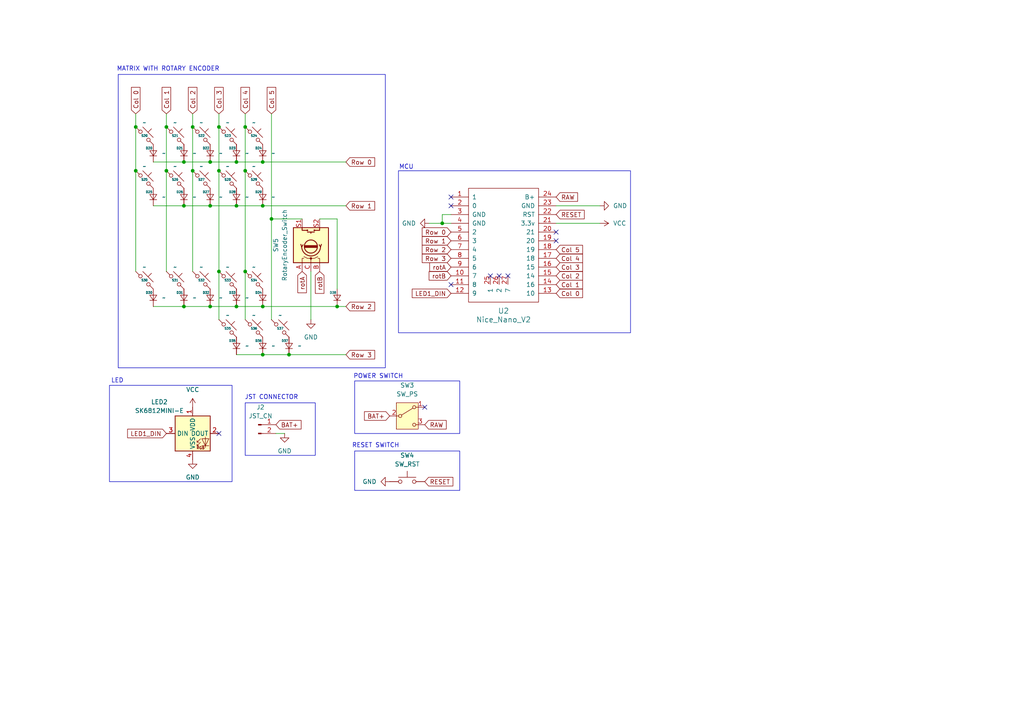
<source format=kicad_sch>
(kicad_sch (version 20250114) (generator "eeschema") (generator_version "9.0")
  (paper "A4")
  (lib_symbols
    (symbol "Connector:Conn_01x02_Pin" (pin_names (offset 1.016) (hide yes))
      (property "Reference" "J" (at 0 2.54 0))
      (property "Value" "Conn_01x02_Pin" (at 0 -5.08 0))
      (symbol "Conn_01x02_Pin_1_1"
        (rectangle (start 0.8636 0.127) (end 0 -0.127) (stroke (width 0.1524)) (fill (type outline)))
        (rectangle (start 0.8636 -2.413) (end 0 -2.667) (stroke (width 0.1524)) (fill (type outline)))
        (polyline (pts (xy 1.27 0) (xy 0.8636 0)) (stroke (width 0.1524)))
        (polyline (pts (xy 1.27 -2.54) (xy 0.8636 -2.54)) (stroke (width 0.1524)))
        (pin passive line (at 5.08 0 180) (length 3.81) (name "Pin_1") (number "1"))
        (pin passive line (at 5.08 -2.54 180) (length 3.81) (name "Pin_2") (number "2"))
      )
    )
    (symbol "Device:RotaryEncoder_Switch" (pin_names (offset 0.254) (hide yes))
      (property "Reference" "SW" (at 0 6.604 0))
      (property "Value" "RotaryEncoder_Switch" (at 0 -6.604 0))
      (symbol "RotaryEncoder_Switch_0_1"
        (rectangle (start -5.08 5.08) (end 5.08 -5.08) (stroke (width 0.254)) (fill (type background)))
        (polyline (pts (xy -5.08 2.54) (xy -3.81 2.54) (xy -3.81 2.032)))
        (polyline (pts (xy -5.08 0) (xy -3.81 0) (xy -3.81 -1.016) (xy -3.302 -2.032)))
        (polyline (pts (xy -5.08 -2.54) (xy -3.81 -2.54) (xy -3.81 -2.032)))
        (polyline (pts (xy -4.318 0) (xy -3.81 0) (xy -3.81 1.016) (xy -3.302 2.032)))
        (circle (center -3.81 0) (radius 0.254) (fill (type outline)))
        (polyline (pts (xy -0.635 -1.778) (xy -0.635 1.778)) (stroke (width 0.254)))
        (circle (center -0.381 0) (radius 1.905) (stroke (width 0.254)))
        (polyline (pts (xy -0.381 -1.778) (xy -0.381 1.778)) (stroke (width 0.254)))
        (arc (start -0.381 -2.794) (mid -3.0988 -0.0635) (end -0.381 2.667) (stroke (width 0.254)))
        (polyline (pts (xy -0.127 1.778) (xy -0.127 -1.778)) (stroke (width 0.254)))
        (polyline (pts (xy 0.254 2.921) (xy -0.508 2.667) (xy 0.127 2.286)) (stroke (width 0.254)))
        (polyline (pts (xy 0.254 -3.048) (xy -0.508 -2.794) (xy 0.127 -2.413)) (stroke (width 0.254)))
        (polyline (pts (xy 3.81 1.016) (xy 3.81 -1.016)) (stroke (width 0.254)))
        (polyline (pts (xy 3.81 0) (xy 3.429 0)) (stroke (width 0.254)))
        (circle (center 4.318 1.016) (radius 0.127) (stroke (width 0.254)))
        (circle (center 4.318 -1.016) (radius 0.127) (stroke (width 0.254)))
        (polyline (pts (xy 5.08 2.54) (xy 4.318 2.54) (xy 4.318 1.016)) (stroke (width 0.254)))
        (polyline (pts (xy 5.08 -2.54) (xy 4.318 -2.54) (xy 4.318 -1.016)) (stroke (width 0.254)))
      )
      (symbol "RotaryEncoder_Switch_1_1"
        (pin passive line (at -7.62 2.54 0) (length 2.54) (name "A") (number "A"))
        (pin passive line (at -7.62 0 0) (length 2.54) (name "C") (number "C"))
        (pin passive line (at -7.62 -2.54 0) (length 2.54) (name "B") (number "B"))
        (pin passive line (at 7.62 2.54 180) (length 2.54) (name "S1") (number "S1"))
        (pin passive line (at 7.62 -2.54 180) (length 2.54) (name "S2") (number "S2"))
      )
    )
    (symbol "PCM_marbastlib-various:SK6812MINI-E"
      (property "Reference" "LED" (at 2.54 6.35 0))
      (property "Value" "SK6812MINI-E" (at 7.62 -6.35 0))
      (symbol "SK6812MINI-E_0_0"
        (text "RGB" (at 2.286 -4.191 0) (effects (font (size 0.762 0.762))))
      )
      (symbol "SK6812MINI-E_0_1"
        (polyline (pts (xy 1.27 -2.54) (xy 1.778 -2.54)))
        (polyline (pts (xy 1.27 -3.556) (xy 1.778 -3.556)))
        (polyline (pts (xy 2.286 -1.524) (xy 1.27 -2.54) (xy 1.27 -2.032)))
        (polyline (pts (xy 2.286 -2.54) (xy 1.27 -3.556) (xy 1.27 -3.048)))
        (polyline (pts (xy 3.683 -1.016) (xy 3.683 -3.556) (xy 3.683 -4.064)))
        (polyline (pts (xy 4.699 -1.524) (xy 2.667 -1.524) (xy 3.683 -3.556) (xy 4.699 -1.524)))
        (polyline (pts (xy 4.699 -3.556) (xy 2.667 -3.556)))
        (rectangle (start 5.08 5.08) (end -5.08 -5.08) (stroke (width 0.254)) (fill (type background)))
      )
      (symbol "SK6812MINI-E_1_1"
        (pin input line (at -7.62 0 0) (length 2.54) (name "DIN") (number "3"))
        (pin power_in line (at 0 7.62 270) (length 2.54) (name "VDD") (number "1"))
        (pin power_in line (at 0 -7.62 90) (length 2.54) (name "VSS") (number "4"))
        (pin output line (at 7.62 0 180) (length 2.54) (name "DOUT") (number "2"))
      )
    )
    (symbol "ScottoKeebs:MCU_Nice_Nano_V2" (pin_names (offset 1.016))
      (property "Reference" "U" (at 0 0 0))
      (property "Value" "Nice_Nano_V2" (at 0 -19.05 0))
      (symbol "MCU_Nice_Nano_V2_0_1"
        (rectangle (start -10.16 16.51) (end 10.16 -16.51))
      )
      (symbol "MCU_Nice_Nano_V2_1_1"
        (pin input line (at -15.24 13.97 0) (length 5.08) (name "1") (number "1"))
        (pin input line (at -15.24 11.43 0) (length 5.08) (name "0") (number "2"))
        (pin input line (at -15.24 8.89 0) (length 5.08) (name "GND") (number "3"))
        (pin input line (at -15.24 6.35 0) (length 5.08) (name "GND") (number "4"))
        (pin input line (at -15.24 3.81 0) (length 5.08) (name "2") (number "5"))
        (pin input line (at -15.24 1.27 0) (length 5.08) (name "3") (number "6"))
        (pin input line (at -15.24 -1.27 0) (length 5.08) (name "4") (number "7"))
        (pin input line (at -15.24 -3.81 0) (length 5.08) (name "5") (number "8"))
        (pin input line (at -15.24 -6.35 0) (length 5.08) (name "6") (number "9"))
        (pin input line (at -15.24 -8.89 0) (length 5.08) (name "7") (number "10"))
        (pin input line (at -15.24 -11.43 0) (length 5.08) (name "8") (number "11"))
        (pin input line (at -15.24 -13.97 0) (length 5.08) (name "9") (number "12"))
        (pin input line (at -3.81 -8.89 270) (length 2.5) (name "1") (number "25"))
        (pin input line (at -1.27 -8.89 270) (length 2.5) (name "2") (number "26"))
        (pin input line (at 1.27 -8.89 270) (length 2.5) (name "7") (number "27"))
        (pin input line (at 15.24 13.97 180) (length 5.08) (name "B+") (number "24"))
        (pin input line (at 15.24 11.43 180) (length 5.08) (name "GND") (number "23"))
        (pin input line (at 15.24 8.89 180) (length 5.08) (name "RST") (number "22"))
        (pin input line (at 15.24 6.35 180) (length 5.08) (name "3.3v") (number "21"))
        (pin input line (at 15.24 3.81 180) (length 5.08) (name "21") (number "20"))
        (pin input line (at 15.24 1.27 180) (length 5.08) (name "20") (number "19"))
        (pin input line (at 15.24 -1.27 180) (length 5.08) (name "19") (number "18"))
        (pin input line (at 15.24 -3.81 180) (length 5.08) (name "18") (number "17"))
        (pin input line (at 15.24 -6.35 180) (length 5.08) (name "15") (number "16"))
        (pin input line (at 15.24 -8.89 180) (length 5.08) (name "14") (number "15"))
        (pin input line (at 15.24 -11.43 180) (length 5.08) (name "16") (number "14"))
        (pin input line (at 15.24 -13.97 180) (length 5.08) (name "10") (number "13"))
      )
    )
    (symbol "ScottoKeebs:Placeholder_Diode" (pin_numbers (hide yes)) (pin_names (hide yes))
      (property "Reference" "D" (at -0.15 1.066 0))
      (symbol "Placeholder_Diode_0_1"
        (polyline (pts (xy 0 -0.762) (xy 0 0.762)))
      )
      (symbol "Placeholder_Diode_1_1"
        (polyline (pts (xy 1.016 0.762) (xy 0 -0.762) (xy -1.016 0.762) (xy 1.016 0.762)) (stroke (width 0.1524)))
        (polyline (pts (xy 1.016 -0.762) (xy -1.016 -0.762)) (stroke (width 0.1524)))
        (pin passive line (at 0 2.54 270) (length 1.778) (name "A") (number "2"))
        (pin passive line (at 0 -2.54 90) (length 1.778) (name "K") (number "1"))
      )
    )
    (symbol "ScottoKeebs:Placeholder_Keyswitch" (pin_numbers (hide yes)) (pin_names (offset 1.016) (hide yes))
      (property "Reference" "S" (at 0 0 0))
      (symbol "Placeholder_Keyswitch_0_1"
        (polyline (pts (xy -2.54 2.54) (xy -1.524 1.524) (xy -1.524 1.524)))
        (circle (center -1.1684 1.1684) (radius 0.508))
        (polyline (pts (xy -0.508 2.54) (xy 2.54 -0.508)))
        (polyline (pts (xy 1.016 1.016) (xy 2.032 2.032)))
        (circle (center 1.143 -1.1938) (radius 0.508))
        (polyline (pts (xy 1.524 -1.524) (xy 2.54 -2.54) (xy 2.54 -2.54) (xy 2.54 -2.54)))
        (pin passive line (at -2.54 2.54 0) (length 0) (name "1") (number "1"))
        (pin passive line (at 2.54 -2.54 180) (length 0) (name "2") (number "2"))
      )
    )
    (symbol "Switch:SW_Push" (pin_numbers (hide yes)) (pin_names (offset 1.016) (hide yes))
      (property "Reference" "SW" (at 1.27 2.54 0))
      (property "Value" "SW_Push" (at 0 -1.524 0))
      (symbol "SW_Push_0_1"
        (circle (center -2.032 0) (radius 0.508))
        (polyline (pts (xy 0 1.27) (xy 0 3.048)))
        (circle (center 2.032 0) (radius 0.508))
        (polyline (pts (xy 2.54 1.27) (xy -2.54 1.27)))
        (pin passive line (at -5.08 0 0) (length 2.54) (name "1") (number "1"))
        (pin passive line (at 5.08 0 180) (length 2.54) (name "2") (number "2"))
      )
    )
    (symbol "Switch:SW_SPDT" (pin_names (offset 0) (hide yes))
      (property "Reference" "SW" (at 0 5.08 0))
      (property "Value" "SW_SPDT" (at 0 -5.08 0))
      (symbol "SW_SPDT_0_1"
        (circle (center -2.032 0) (radius 0.4572))
        (polyline (pts (xy -1.651 0.254) (xy 1.651 2.286)))
        (circle (center 2.032 2.54) (radius 0.4572))
        (circle (center 2.032 -2.54) (radius 0.4572))
      )
      (symbol "SW_SPDT_1_1"
        (rectangle (start -3.175 3.81) (end 3.175 -3.81) (fill (type background)))
        (pin passive line (at -5.08 0 0) (length 2.54) (name "B") (number "2"))
        (pin passive line (at 5.08 2.54 180) (length 2.54) (name "A") (number "1"))
        (pin passive line (at 5.08 -2.54 180) (length 2.54) (name "C") (number "3"))
      )
    )
    (symbol "power:GND" (power) (pin_numbers (hide yes)) (pin_names (offset 0) (hide yes))
      (property "Value" "GND" (at 0 -3.81 0))
      (symbol "GND_0_1"
        (polyline (pts (xy 0 0) (xy 0 -1.27) (xy 1.27 -1.27) (xy 0 -2.54) (xy -1.27 -1.27) (xy 0 -1.27)))
      )
      (symbol "GND_1_1"
        (pin power_in line (at 0 0 270) (length 0) (name "~") (number "1"))
      )
    )
    (symbol "power:VCC" (power) (pin_numbers (hide yes)) (pin_names (offset 0) (hide yes))
      (property "Value" "VCC" (at 0 3.556 0))
      (symbol "VCC_0_1"
        (polyline (pts (xy -0.762 1.27) (xy 0 2.54)))
        (polyline (pts (xy 0 2.54) (xy 0.762 1.27)))
        (polyline (pts (xy 0 0) (xy 0 2.54)))
      )
      (symbol "VCC_1_1"
        (pin power_in line (at 0 0 90) (length 0) (name "~") (number "1"))
      )
    )
  )
  (rectangle (start 102.87 110.49) (end 133.35 125.73))
  (rectangle (start 102.87 130.81) (end 133.35 142.24))
  (rectangle (start 71.12 116.84) (end 91.44 132.08))
  (rectangle (start 115.57 49.53) (end 182.88 96.52))
  (rectangle (start 31.75 111.76) (end 67.31 139.7))
  (rectangle (start 34.29 21.59) (end 111.76 106.68))
  (text "LED" (at 34.036 110.49 0) (effects (font (size 1.27 1.27))))
  (text "MATRIX WITH ROTARY ENCODER\n" (at 48.768 20.066 0) (effects (font (size 1.27 1.27))))
  (text "MCU\n" (at 117.856 48.514 0) (effects (font (size 1.27 1.27))))
  (text "POWER SWITCH\n" (at 109.728 109.22 0) (effects (font (size 1.27 1.27))))
  (text "RESET SWITCH\n" (at 108.966 129.286 0) (effects (font (size 1.27 1.27))))
  (text "JST CONNECTOR\n" (at 78.74 115.316 0) (effects (font (size 1.27 1.27))))
  (junction (at 53.34 59.69))
  (junction (at 76.2 88.9))
  (junction (at 39.37 49.53))
  (junction (at 71.12 36.83))
  (junction (at 55.88 49.53))
  (junction (at 55.88 36.83))
  (junction (at 97.79 88.9))
  (junction (at 68.58 88.9))
  (junction (at 63.5 36.83))
  (junction (at 68.58 59.69))
  (junction (at 63.5 49.53))
  (junction (at 128.27 64.77))
  (junction (at 60.96 46.99))
  (junction (at 76.2 46.99))
  (junction (at 71.12 49.53))
  (junction (at 48.26 49.53))
  (junction (at 71.12 78.74))
  (junction (at 76.2 102.87))
  (junction (at 39.37 36.83))
  (junction (at 83.82 102.87))
  (junction (at 76.2 59.69))
  (junction (at 78.74 63.5))
  (junction (at 63.5 78.74))
  (junction (at 68.58 46.99))
  (junction (at 60.96 59.69))
  (junction (at 53.34 46.99))
  (junction (at 48.26 36.83))
  (junction (at 60.96 88.9))
  (junction (at 53.34 88.9))
  (no_connect (at 130.81 59.69))
  (no_connect (at 123.19 118.11))
  (no_connect (at 161.29 69.85))
  (no_connect (at 144.78 80.01))
  (no_connect (at 63.5 125.73))
  (no_connect (at 130.81 57.15))
  (no_connect (at 142.24 80.01))
  (no_connect (at 161.29 67.31))
  (no_connect (at 130.81 82.55))
  (no_connect (at 147.32 80.01))
  (wire (pts (xy 90.17 78.74) (xy 90.17 92.71)))
  (wire (pts (xy 55.88 33.02) (xy 55.88 36.83)))
  (wire (pts (xy 68.58 46.99) (xy 76.2 46.99)))
  (wire (pts (xy 78.74 33.02) (xy 78.74 63.5)))
  (wire (pts (xy 161.29 59.69) (xy 173.99 59.69)))
  (wire (pts (xy 60.96 88.9) (xy 68.58 88.9)))
  (wire (pts (xy 68.58 102.87) (xy 76.2 102.87)))
  (wire (pts (xy 44.45 88.9) (xy 53.34 88.9)))
  (wire (pts (xy 39.37 33.02) (xy 39.37 36.83)))
  (wire (pts (xy 78.74 63.5) (xy 78.74 92.71)))
  (wire (pts (xy 39.37 36.83) (xy 39.37 49.53)))
  (wire (pts (xy 71.12 49.53) (xy 71.12 78.74)))
  (wire (pts (xy 63.5 49.53) (xy 63.5 78.74)))
  (wire (pts (xy 68.58 88.9) (xy 76.2 88.9)))
  (wire (pts (xy 48.26 36.83) (xy 48.26 49.53)))
  (wire (pts (xy 55.88 49.53) (xy 55.88 78.74)))
  (wire (pts (xy 71.12 36.83) (xy 71.12 49.53)))
  (wire (pts (xy 124.46 64.77) (xy 128.27 64.77)))
  (wire (pts (xy 83.82 102.87) (xy 100.33 102.87)))
  (wire (pts (xy 55.88 36.83) (xy 55.88 49.53)))
  (wire (pts (xy 76.2 88.9) (xy 97.79 88.9)))
  (wire (pts (xy 53.34 59.69) (xy 60.96 59.69)))
  (wire (pts (xy 128.27 64.77) (xy 130.81 64.77)))
  (wire (pts (xy 48.26 49.53) (xy 48.26 78.74)))
  (wire (pts (xy 60.96 46.99) (xy 68.58 46.99)))
  (wire (pts (xy 71.12 33.02) (xy 71.12 36.83)))
  (wire (pts (xy 63.5 36.83) (xy 63.5 49.53)))
  (wire (pts (xy 100.33 59.69) (xy 76.2 59.69)))
  (wire (pts (xy 71.12 78.74) (xy 71.12 92.71)))
  (wire (pts (xy 48.26 33.02) (xy 48.26 36.83)))
  (wire (pts (xy 97.79 63.5) (xy 97.79 83.82)))
  (wire (pts (xy 92.71 63.5) (xy 97.79 63.5)))
  (wire (pts (xy 128.27 62.23) (xy 128.27 64.77)))
  (wire (pts (xy 97.79 88.9) (xy 100.33 88.9)))
  (wire (pts (xy 80.01 125.73) (xy 82.55 125.73)))
  (wire (pts (xy 39.37 49.53) (xy 39.37 78.74)))
  (wire (pts (xy 53.34 46.99) (xy 60.96 46.99)))
  (wire (pts (xy 63.5 33.02) (xy 63.5 36.83)))
  (wire (pts (xy 130.81 62.23) (xy 128.27 62.23)))
  (wire (pts (xy 44.45 59.69) (xy 53.34 59.69)))
  (wire (pts (xy 78.74 63.5) (xy 87.63 63.5)))
  (wire (pts (xy 76.2 46.99) (xy 100.33 46.99)))
  (wire (pts (xy 44.45 46.99) (xy 53.34 46.99)))
  (wire (pts (xy 60.96 59.69) (xy 68.58 59.69)))
  (wire (pts (xy 68.58 59.69) (xy 76.2 59.69)))
  (wire (pts (xy 76.2 102.87) (xy 83.82 102.87)))
  (wire (pts (xy 63.5 78.74) (xy 63.5 92.71)))
  (wire (pts (xy 53.34 88.9) (xy 60.96 88.9)))
  (wire (pts (xy 161.29 64.77) (xy 173.99 64.77)))
  (global_label "rotA" (shape input) (at 87.63 78.74 270) (property "Intersheetrefs" "${INTERSHEET_REFS}" (effects (hide yes))))
  (global_label "Col 4" (shape input) (at 71.12 33.02 90) (property "Intersheetrefs" "${INTERSHEET_REFS}" (effects (hide yes))))
  (global_label "rotB" (shape input) (at 92.71 78.74 270) (property "Intersheetrefs" "${INTERSHEET_REFS}" (effects (hide yes))))
  (global_label "Col 5" (shape input) (at 78.74 33.02 90) (property "Intersheetrefs" "${INTERSHEET_REFS}" (effects (hide yes))))
  (global_label "RAW" (shape input) (at 123.19 123.19 0) (property "Intersheetrefs" "${INTERSHEET_REFS}" (effects (hide yes))))
  (global_label "Row 2" (shape input) (at 130.81 72.39 180) (property "Intersheetrefs" "${INTERSHEET_REFS}" (effects (hide yes))))
  (global_label "Row 0" (shape input) (at 130.81 67.31 180) (property "Intersheetrefs" "${INTERSHEET_REFS}" (effects (hide yes))))
  (global_label "Col 3" (shape input) (at 161.29 77.47 0) (property "Intersheetrefs" "${INTERSHEET_REFS}" (effects (hide yes))))
  (global_label "Col 2" (shape input) (at 161.29 80.01 0) (property "Intersheetrefs" "${INTERSHEET_REFS}" (effects (hide yes))))
  (global_label "Col 2" (shape input) (at 55.88 33.02 90) (property "Intersheetrefs" "${INTERSHEET_REFS}" (effects (hide yes))))
  (global_label "Row 1" (shape input) (at 100.33 59.69 0) (property "Intersheetrefs" "${INTERSHEET_REFS}" (effects (hide yes))))
  (global_label "Row 1" (shape input) (at 130.81 69.85 180) (property "Intersheetrefs" "${INTERSHEET_REFS}" (effects (hide yes))))
  (global_label "BAT+" (shape input) (at 80.01 123.19 0) (property "Intersheetrefs" "${INTERSHEET_REFS}" (effects (hide yes))))
  (global_label "rotA" (shape input) (at 130.81 77.47 180) (property "Intersheetrefs" "${INTERSHEET_REFS}" (effects (hide yes))))
  (global_label "rotB" (shape input) (at 130.81 80.01 180) (property "Intersheetrefs" "${INTERSHEET_REFS}" (effects (hide yes))))
  (global_label "Col 0" (shape input) (at 39.37 33.02 90) (property "Intersheetrefs" "${INTERSHEET_REFS}" (effects (hide yes))))
  (global_label "BAT+" (shape input) (at 113.03 120.65 180) (property "Intersheetrefs" "${INTERSHEET_REFS}" (effects (hide yes))))
  (global_label "RESET" (shape input) (at 161.29 62.23 0) (property "Intersheetrefs" "${INTERSHEET_REFS}" (effects (hide yes))))
  (global_label "Col 1" (shape input) (at 48.26 33.02 90) (property "Intersheetrefs" "${INTERSHEET_REFS}" (effects (hide yes))))
  (global_label "LED1_DIN" (shape input) (at 130.81 85.09 180) (property "Intersheetrefs" "${INTERSHEET_REFS}" (effects (hide yes))))
  (global_label "Row 3" (shape input) (at 130.81 74.93 180) (property "Intersheetrefs" "${INTERSHEET_REFS}" (effects (hide yes))))
  (global_label "Row 2" (shape input) (at 100.33 88.9 0) (property "Intersheetrefs" "${INTERSHEET_REFS}" (effects (hide yes))))
  (global_label "RESET" (shape input) (at 123.19 139.7 0) (property "Intersheetrefs" "${INTERSHEET_REFS}" (effects (hide yes))))
  (global_label "RAW" (shape input) (at 161.29 57.15 0) (property "Intersheetrefs" "${INTERSHEET_REFS}" (effects (hide yes))))
  (global_label "LED1_DIN" (shape input) (at 48.26 125.73 180) (property "Intersheetrefs" "${INTERSHEET_REFS}" (effects (hide yes))))
  (global_label "Row 0" (shape input) (at 100.33 46.99 0) (property "Intersheetrefs" "${INTERSHEET_REFS}" (effects (hide yes))))
  (global_label "Col 0" (shape input) (at 161.29 85.09 0) (property "Intersheetrefs" "${INTERSHEET_REFS}" (effects (hide yes))))
  (global_label "Col 1" (shape input) (at 161.29 82.55 0) (property "Intersheetrefs" "${INTERSHEET_REFS}" (effects (hide yes))))
  (global_label "Row 3" (shape input) (at 100.33 102.87 0) (property "Intersheetrefs" "${INTERSHEET_REFS}" (effects (hide yes))))
  (global_label "Col 4" (shape input) (at 161.29 74.93 0) (property "Intersheetrefs" "${INTERSHEET_REFS}" (effects (hide yes))))
  (global_label "Col 3" (shape input) (at 63.5 33.02 90) (property "Intersheetrefs" "${INTERSHEET_REFS}" (effects (hide yes))))
  (global_label "Col 5" (shape input) (at 161.29 72.39 0) (property "Intersheetrefs" "${INTERSHEET_REFS}" (effects (hide yes))))
  (symbol (lib_id "power:GND") (at 124.46 64.77 270) (unit 1)
    (property "Reference" "#PWR04" (effects (hide yes)))
    (property "Value" "GND" (at 120.65 64.7699 90) (effects (justify right)))
    (property "Description" "Power symbol creates a global label with name \"GND\" , ground" (effects (hide yes)))
  )
  (symbol (lib_id "power:GND") (at 55.88 133.35 0) (unit 1)
    (property "Reference" "#PWR09" (effects (hide yes)))
    (property "Value" "GND" (at 55.88 138.43 0))
    (property "Description" "Power symbol creates a global label with name \"GND\" , ground" (effects (hide yes)))
  )
  (symbol (lib_id "ScottoKeebs:Placeholder_Diode") (at 44.45 86.36 0) (unit 1)
    (property "Reference" "D30" (at 44.3 85.294 0) (effects (font (size 0.635 0.635) (thickness 0.127) (bold yes)) (justify right bottom)))
    (property "Value" "~" (at 46.99 86.36 0) (effects (justify left)))
    (property "Footprint" "ScottoKeebs_Components:Diode_SOD-123" (effects (hide yes)))
  )
  (symbol (lib_id "ScottoKeebs:Placeholder_Keyswitch") (at 73.66 39.37 0) (unit 1)
    (property "Reference" "S24" (at 73.66 39.37 0) (effects (font (size 0.635 0.635) (thickness 0.127) (bold yes))))
    (property "Value" "~" (at 73.66 35.56 0))
    (property "Footprint" "ScottoKeebs_Hotswap:Hotswap_Choc_V1_1.00u" (effects (hide yes)))
  )
  (symbol (lib_id "ScottoKeebs:Placeholder_Keyswitch") (at 58.42 81.28 0) (unit 1)
    (property "Reference" "S32" (at 58.42 81.28 0) (effects (font (size 0.635 0.635) (thickness 0.127) (bold yes))))
    (property "Value" "~" (at 58.42 77.47 0))
    (property "Footprint" "ScottoKeebs_Hotswap:Hotswap_Choc_V1_1.00u" (effects (hide yes)))
  )
  (symbol (lib_id "ScottoKeebs:Placeholder_Keyswitch") (at 73.66 81.28 0) (unit 1)
    (property "Reference" "S34" (at 73.66 81.28 0) (effects (font (size 0.635 0.635) (thickness 0.127) (bold yes))))
    (property "Value" "~" (at 73.66 77.47 0))
    (property "Footprint" "ScottoKeebs_Hotswap:Hotswap_Choc_V1_1.00u" (effects (hide yes)))
  )
  (symbol (lib_id "ScottoKeebs:Placeholder_Diode") (at 44.45 44.45 0) (unit 1)
    (property "Reference" "D20" (at 44.3 43.384 0) (effects (font (size 0.635 0.635) (thickness 0.127) (bold yes)) (justify right bottom)))
    (property "Value" "~" (at 46.99 44.45 0) (effects (justify left)))
    (property "Footprint" "ScottoKeebs_Components:Diode_SOD-123" (effects (hide yes)))
  )
  (symbol (lib_id "ScottoKeebs:Placeholder_Keyswitch") (at 50.8 39.37 0) (unit 1)
    (property "Reference" "S21" (at 50.8 39.37 0) (effects (font (size 0.635 0.635) (thickness 0.127) (bold yes))))
    (property "Value" "~" (at 50.8 35.56 0))
    (property "Footprint" "ScottoKeebs_Hotswap:Hotswap_Choc_V1_1.00u" (effects (hide yes)))
  )
  (symbol (lib_id "ScottoKeebs:Placeholder_Diode") (at 68.58 44.45 0) (unit 1)
    (property "Reference" "D23" (at 68.43 43.384 0) (effects (font (size 0.635 0.635) (thickness 0.127) (bold yes)) (justify right bottom)))
    (property "Value" "~" (at 71.12 44.45 0) (effects (justify left)))
    (property "Footprint" "ScottoKeebs_Components:Diode_SOD-123" (effects (hide yes)))
  )
  (symbol (lib_id "ScottoKeebs:Placeholder_Diode") (at 44.45 57.15 0) (unit 1)
    (property "Reference" "D25" (at 44.3 56.084 0) (effects (font (size 0.635 0.635) (thickness 0.127) (bold yes)) (justify right bottom)))
    (property "Value" "~" (at 46.99 57.15 0) (effects (justify left)))
    (property "Footprint" "ScottoKeebs_Components:Diode_SOD-123" (effects (hide yes)))
  )
  (symbol (lib_id "power:VCC") (at 55.88 118.11 0) (unit 1)
    (property "Reference" "#PWR06" (effects (hide yes)))
    (property "Value" "VCC" (at 55.88 113.03 0))
    (property "Description" "Power symbol creates a global label with name \"VCC\"" (effects (hide yes)))
  )
  (symbol (lib_id "ScottoKeebs:Placeholder_Diode") (at 53.34 86.36 0) (unit 1)
    (property "Reference" "D31" (at 53.19 85.294 0) (effects (font (size 0.635 0.635) (thickness 0.127) (bold yes)) (justify right bottom)))
    (property "Value" "~" (at 55.88 86.36 0) (effects (justify left)))
    (property "Footprint" "ScottoKeebs_Components:Diode_SOD-123" (effects (hide yes)))
  )
  (symbol (lib_id "ScottoKeebs:Placeholder_Diode") (at 76.2 100.33 0) (unit 1)
    (property "Reference" "D36" (at 76.05 99.264 0) (effects (font (size 0.635 0.635) (thickness 0.127) (bold yes)) (justify right bottom)))
    (property "Value" "~" (at 78.74 100.33 0) (effects (justify left)))
    (property "Footprint" "ScottoKeebs_Components:Diode_SOD-123" (effects (hide yes)))
  )
  (symbol (lib_id "ScottoKeebs:Placeholder_Keyswitch") (at 50.8 81.28 0) (unit 1)
    (property "Reference" "S31" (at 50.8 81.28 0) (effects (font (size 0.635 0.635) (thickness 0.127) (bold yes))))
    (property "Value" "~" (at 50.8 77.47 0))
    (property "Footprint" "ScottoKeebs_Hotswap:Hotswap_Choc_V1_1.00u" (effects (hide yes)))
  )
  (symbol (lib_id "ScottoKeebs:Placeholder_Keyswitch") (at 81.28 95.25 0) (unit 1)
    (property "Reference" "S37" (at 81.28 95.25 0) (effects (font (size 0.635 0.635) (thickness 0.127) (bold yes))))
    (property "Value" "~" (at 81.28 91.44 0))
    (property "Footprint" "ScottoKeebs_Hotswap:Hotswap_Choc_V1_1.00u" (effects (hide yes)))
  )
  (symbol (lib_id "ScottoKeebs:MCU_Nice_Nano_V2") (at 146.05 71.12 0) (unit 1)
    (property "Reference" "U2" (at 146.05 90.17 0) (effects (font (size 1.524 1.524))))
    (property "Value" "Nice_Nano_V2" (at 146.05 92.71 0) (effects (font (size 1.524 1.524))))
    (property "Footprint" "ScottoKeebs_MCU:Nice_Nano_V2_Flipped" (effects (hide yes)))
  )
  (symbol (lib_id "ScottoKeebs:Placeholder_Keyswitch") (at 66.04 95.25 0) (unit 1)
    (property "Reference" "S35" (at 66.04 95.25 0) (effects (font (size 0.635 0.635) (thickness 0.127) (bold yes))))
    (property "Value" "~" (at 66.04 91.44 0))
    (property "Footprint" "ScottoKeebs_Hotswap:Hotswap_Choc_V1_1.00u" (effects (hide yes)))
  )
  (symbol (lib_id "ScottoKeebs:Placeholder_Keyswitch") (at 41.91 39.37 0) (unit 1)
    (property "Reference" "S20" (at 41.91 39.37 0) (effects (font (size 0.635 0.635) (thickness 0.127) (bold yes))))
    (property "Value" "~" (at 41.91 35.56 0))
    (property "Footprint" "ScottoKeebs_Hotswap:Hotswap_Choc_V1_1.00u" (effects (hide yes)))
  )
  (symbol (lib_id "power:GND") (at 173.99 59.69 90) (unit 1)
    (property "Reference" "#PWR03" (effects (hide yes)))
    (property "Value" "GND" (at 177.8 59.6899 90) (effects (justify right)))
    (property "Description" "Power symbol creates a global label with name \"GND\" , ground" (effects (hide yes)))
  )
  (symbol (lib_id "ScottoKeebs:Placeholder_Keyswitch") (at 41.91 52.07 0) (unit 1)
    (property "Reference" "S25" (at 41.91 52.07 0) (effects (font (size 0.635 0.635) (thickness 0.127) (bold yes))))
    (property "Value" "~" (at 41.91 48.26 0))
    (property "Footprint" "ScottoKeebs_Hotswap:Hotswap_Choc_V1_1.00u" (effects (hide yes)))
  )
  (symbol (lib_id "ScottoKeebs:Placeholder_Diode") (at 60.96 44.45 0) (unit 1)
    (property "Reference" "D22" (at 60.81 43.384 0) (effects (font (size 0.635 0.635) (thickness 0.127) (bold yes)) (justify right bottom)))
    (property "Value" "~" (at 63.5 44.45 0) (effects (justify left)))
    (property "Footprint" "ScottoKeebs_Components:Diode_SOD-123" (effects (hide yes)))
  )
  (symbol (lib_id "ScottoKeebs:Placeholder_Diode") (at 68.58 100.33 0) (unit 1)
    (property "Reference" "D35" (at 68.43 99.264 0) (effects (font (size 0.635 0.635) (thickness 0.127) (bold yes)) (justify right bottom)))
    (property "Value" "~" (at 71.12 100.33 0) (effects (justify left)))
    (property "Footprint" "ScottoKeebs_Components:Diode_SOD-123" (effects (hide yes)))
  )
  (symbol (lib_id "ScottoKeebs:Placeholder_Diode") (at 76.2 86.36 0) (unit 1)
    (property "Reference" "D34" (at 76.05 85.294 0) (effects (font (size 0.635 0.635) (thickness 0.127) (bold yes)) (justify right bottom)))
    (property "Footprint" "ScottoKeebs_Components:Diode_SOD-123" (effects (hide yes)))
  )
  (symbol (lib_id "ScottoKeebs:Placeholder_Keyswitch") (at 58.42 52.07 0) (unit 1)
    (property "Reference" "S27" (at 58.42 52.07 0) (effects (font (size 0.635 0.635) (thickness 0.127) (bold yes))))
    (property "Value" "~" (at 58.42 48.26 0))
    (property "Footprint" "ScottoKeebs_Hotswap:Hotswap_Choc_V1_1.00u" (effects (hide yes)))
  )
  (symbol (lib_id "ScottoKeebs:Placeholder_Diode") (at 60.96 57.15 0) (unit 1)
    (property "Reference" "D27" (at 60.81 56.084 0) (effects (font (size 0.635 0.635) (thickness 0.127) (bold yes)) (justify right bottom)))
    (property "Value" "~" (at 63.5 57.15 0) (effects (justify left)))
    (property "Footprint" "ScottoKeebs_Components:Diode_SOD-123" (effects (hide yes)))
  )
  (symbol (lib_id "ScottoKeebs:Placeholder_Diode") (at 60.96 86.36 0) (unit 1)
    (property "Reference" "D32" (at 60.81 85.294 0) (effects (font (size 0.635 0.635) (thickness 0.127) (bold yes)) (justify right bottom)))
    (property "Value" "~" (at 63.5 86.36 0) (effects (justify left)))
    (property "Footprint" "ScottoKeebs_Components:Diode_SOD-123" (effects (hide yes)))
  )
  (symbol (lib_id "ScottoKeebs:Placeholder_Keyswitch") (at 73.66 95.25 0) (unit 1)
    (property "Reference" "S36" (at 73.66 95.25 0) (effects (font (size 0.635 0.635) (thickness 0.127) (bold yes))))
    (property "Value" "~" (at 73.66 91.44 0))
    (property "Footprint" "ScottoKeebs_Hotswap:Hotswap_Choc_V1_1.00u" (effects (hide yes)))
  )
  (symbol (lib_id "power:VCC") (at 173.99 64.77 270) (unit 1)
    (property "Reference" "#PWR05" (effects (hide yes)))
    (property "Value" "VCC" (at 177.8 64.7699 90) (effects (justify left)))
    (property "Description" "Power symbol creates a global label with name \"VCC\"" (effects (hide yes)))
  )
  (symbol (lib_id "Device:RotaryEncoder_Switch") (at 90.17 71.12 90) (unit 1)
    (property "Reference" "SW5" (at 80.01 71.12 0))
    (property "Value" "RotaryEncoder_Switch" (at 82.55 71.12 0))
    (property "Footprint" "PCM_marbastlib-various:ROT_Alps_EC11E-Switch" (effects (hide yes)))
    (property "Description" "Rotary encoder, dual channel, incremental quadrate outputs, with switch" (effects (hide yes)))
  )
  (symbol (lib_id "ScottoKeebs:Placeholder_Diode") (at 76.2 57.15 0) (unit 1)
    (property "Reference" "D29" (at 76.05 56.084 0) (effects (font (size 0.635 0.635) (thickness 0.127) (bold yes)) (justify right bottom)))
    (property "Value" "~" (at 78.74 57.15 0) (effects (justify left)))
    (property "Footprint" "ScottoKeebs_Components:Diode_SOD-123" (effects (hide yes)))
  )
  (symbol (lib_id "ScottoKeebs:Placeholder_Diode") (at 83.82 100.33 0) (unit 1)
    (property "Reference" "D37" (at 83.67 99.264 0) (effects (font (size 0.635 0.635) (thickness 0.127) (bold yes)) (justify right bottom)))
    (property "Value" "~" (at 86.36 100.3299 0) (effects (justify left)))
    (property "Footprint" "ScottoKeebs_Components:Diode_SOD-123" (effects (hide yes)))
  )
  (symbol (lib_id "ScottoKeebs:Placeholder_Diode") (at 53.34 44.45 0) (unit 1)
    (property "Reference" "D21" (at 53.19 43.384 0) (effects (font (size 0.635 0.635) (thickness 0.127) (bold yes)) (justify right bottom)))
    (property "Value" "~" (at 55.88 44.45 0) (effects (justify left)))
    (property "Footprint" "ScottoKeebs_Components:Diode_SOD-123" (effects (hide yes)))
  )
  (symbol (lib_id "Connector:Conn_01x02_Pin") (at 74.93 123.19 0) (unit 1)
    (property "Reference" "J2" (at 75.565 118.11 0))
    (property "Value" "JST_CN" (at 75.565 120.65 0))
    (property "Footprint" "Connector_JST:JST_PH_S2B-PH-K_1x02_P2.00mm_Horizontal" (effects (hide yes)))
    (property "Description" "Generic connector, single row, 01x02, script generated" (effects (hide yes)))
  )
  (symbol (lib_id "power:GND") (at 113.03 139.7 270) (unit 1)
    (property "Reference" "#PWR012" (effects (hide yes)))
    (property "Value" "GND" (at 109.22 139.6999 90) (effects (justify right)))
    (property "Description" "Power symbol creates a global label with name \"GND\" , ground" (effects (hide yes)))
  )
  (symbol (lib_id "ScottoKeebs:Placeholder_Diode") (at 97.79 86.36 0) (unit 1)
    (property "Reference" "D38" (at 97.64 85.294 0) (effects (font (size 0.635 0.635) (thickness 0.127) (bold yes)) (justify right bottom)))
    (property "Footprint" "ScottoKeebs_Components:Diode_SOD-123" (effects (hide yes)))
  )
  (symbol (lib_id "Switch:SW_Push") (at 118.11 139.7 0) (unit 1)
    (property "Reference" "SW4" (at 118.11 132.08 0))
    (property "Value" "SW_RST" (at 118.11 134.62 0))
    (property "Footprint" "Button_Switch_SMD:SW_SPST_B3U-1000P" (effects (hide yes)))
    (property "Description" "Push button switch, generic, two pins" (effects (hide yes)))
  )
  (symbol (lib_id "ScottoKeebs:Placeholder_Keyswitch") (at 73.66 52.07 0) (unit 1)
    (property "Reference" "S29" (at 73.66 52.07 0) (effects (font (size 0.635 0.635) (thickness 0.127) (bold yes))))
    (property "Value" "~" (at 73.66 48.26 0))
    (property "Footprint" "ScottoKeebs_Hotswap:Hotswap_Choc_V1_1.00u" (effects (hide yes)))
  )
  (symbol (lib_id "Switch:SW_SPDT") (at 118.11 120.65 0) (unit 1)
    (property "Reference" "SW3" (at 118.11 111.76 0))
    (property "Value" "SW_PS" (at 118.11 114.3 0))
    (property "Footprint" "PCM_marbastlib-various:SW_MSK12C02-HB" (effects (hide yes)))
    (property "Description" "Switch, single pole double throw" (effects (hide yes)))
  )
  (symbol (lib_id "ScottoKeebs:Placeholder_Keyswitch") (at 58.42 39.37 0) (unit 1)
    (property "Reference" "S22" (at 58.42 39.37 0) (effects (font (size 0.635 0.635) (thickness 0.127) (bold yes))))
    (property "Value" "~" (at 58.42 35.56 0))
    (property "Footprint" "ScottoKeebs_Hotswap:Hotswap_Choc_V1_1.00u" (effects (hide yes)))
  )
  (symbol (lib_id "ScottoKeebs:Placeholder_Diode") (at 53.34 57.15 0) (unit 1)
    (property "Reference" "D26" (at 53.19 56.084 0) (effects (font (size 0.635 0.635) (thickness 0.127) (bold yes)) (justify right bottom)))
    (property "Value" "~" (at 55.88 57.15 0) (effects (justify left)))
    (property "Footprint" "ScottoKeebs_Components:Diode_SOD-123" (effects (hide yes)))
  )
  (symbol (lib_id "ScottoKeebs:Placeholder_Keyswitch") (at 66.04 81.28 0) (unit 1)
    (property "Reference" "S33" (at 66.04 81.28 0) (effects (font (size 0.635 0.635) (thickness 0.127) (bold yes))))
    (property "Value" "~" (at 66.04 77.47 0))
    (property "Footprint" "ScottoKeebs_Hotswap:Hotswap_Choc_V1_1.00u" (effects (hide yes)))
  )
  (symbol (lib_id "ScottoKeebs:Placeholder_Keyswitch") (at 66.04 39.37 0) (unit 1)
    (property "Reference" "S23" (at 66.04 39.37 0) (effects (font (size 0.635 0.635) (thickness 0.127) (bold yes))))
    (property "Value" "~" (at 66.04 35.56 0))
    (property "Footprint" "ScottoKeebs_Hotswap:Hotswap_Choc_V1_1.00u" (effects (hide yes)))
  )
  (symbol (lib_id "ScottoKeebs:Placeholder_Diode") (at 68.58 86.36 0) (unit 1)
    (property "Reference" "D33" (at 68.43 85.294 0) (effects (font (size 0.635 0.635) (thickness 0.127) (bold yes)) (justify right bottom)))
    (property "Value" "~" (at 71.12 86.36 0) (effects (justify left)))
    (property "Footprint" "ScottoKeebs_Components:Diode_SOD-123" (effects (hide yes)))
  )
  (symbol (lib_id "power:GND") (at 82.55 125.73 0) (unit 1)
    (property "Reference" "#PWR07" (effects (hide yes)))
    (property "Value" "GND" (at 82.55 130.81 0))
    (property "Description" "Power symbol creates a global label with name \"GND\" , ground" (effects (hide yes)))
  )
  (symbol (lib_id "ScottoKeebs:Placeholder_Keyswitch") (at 41.91 81.28 0) (unit 1)
    (property "Reference" "S30" (at 41.91 81.28 0) (effects (font (size 0.635 0.635) (thickness 0.127) (bold yes))))
    (property "Value" "~" (at 41.91 77.47 0))
    (property "Footprint" "ScottoKeebs_Hotswap:Hotswap_Choc_V1_1.00u" (effects (hide yes)))
  )
  (symbol (lib_id "ScottoKeebs:Placeholder_Keyswitch") (at 66.04 52.07 0) (unit 1)
    (property "Reference" "S28" (at 66.04 52.07 0) (effects (font (size 0.635 0.635) (thickness 0.127) (bold yes))))
    (property "Value" "~" (at 66.04 48.26 0))
    (property "Footprint" "ScottoKeebs_Hotswap:Hotswap_Choc_V1_1.00u" (effects (hide yes)))
  )
  (symbol (lib_id "PCM_marbastlib-various:SK6812MINI-E") (at 55.88 125.73 0) (unit 1)
    (property "Reference" "LED2" (at 46.228 116.586 0))
    (property "Value" "SK6812MINI-E" (at 46.228 119.126 0))
    (property "Footprint" "PCM_marbastlib-various:LED_6028R" (effects (hide yes)))
    (property "Description" "Reverse mount adressable LED (WS2812 protocol)" (effects (hide yes)))
  )
  (symbol (lib_id "power:GND") (at 90.17 92.71 0) (unit 1)
    (property "Reference" "#PWR017" (effects (hide yes)))
    (property "Value" "GND" (at 90.17 97.79 0))
    (property "Description" "Power symbol creates a global label with name \"GND\" , ground" (effects (hide yes)))
  )
  (symbol (lib_id "ScottoKeebs:Placeholder_Diode") (at 68.58 57.15 0) (unit 1)
    (property "Reference" "D28" (at 68.43 56.084 0) (effects (font (size 0.635 0.635) (thickness 0.127) (bold yes)) (justify right bottom)))
    (property "Value" "~" (at 71.12 57.15 0) (effects (justify left)))
    (property "Footprint" "ScottoKeebs_Components:Diode_SOD-123" (effects (hide yes)))
  )
  (symbol (lib_id "ScottoKeebs:Placeholder_Diode") (at 76.2 44.45 0) (unit 1)
    (property "Reference" "D24" (at 76.05 43.384 0) (effects (font (size 0.635 0.635) (thickness 0.127) (bold yes)) (justify right bottom)))
    (property "Value" "~" (at 78.74 44.45 0) (effects (justify left)))
    (property "Footprint" "ScottoKeebs_Components:Diode_SOD-123" (effects (hide yes)))
  )
  (symbol (lib_id "ScottoKeebs:Placeholder_Keyswitch") (at 50.8 52.07 0) (unit 1)
    (property "Reference" "S26" (at 50.8 52.07 0) (effects (font (size 0.635 0.635) (thickness 0.127) (bold yes))))
    (property "Value" "~" (at 50.8 48.26 0))
    (property "Footprint" "ScottoKeebs_Hotswap:Hotswap_Choc_V1_1.00u" (effects (hide yes)))
  )
)
</source>
